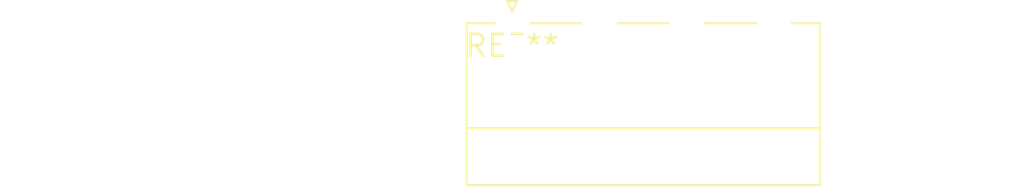
<source format=kicad_pcb>
(kicad_pcb (version 20240108) (generator pcbnew)
  (layers (0 "F.Cu" signal) (31 "B.Cu" signal) (34 "B.Paste" user) (35 "F.Paste" user) (36 "B.SilkS" user "B.Silkscreen") (37 "F.SilkS" user "F.Silkscreen") (38 "B.Mask" user) (39 "F.Mask" user) (44 "Edge.Cuts" user))
  (net 0 "")
  (footprint "PhoenixContact_MC_1,5_4-G-5.08_1x04_P5.08mm_Horizontal" (layer "F.Cu") (at 0 0)
    (property "Reference" "REF**")
    (property "Value" "PhoenixContact_MC_1,5_4-G-5.08_1x04_P5.08mm_Horizontal")
    (fp_line (start -2.65 -1.31) (end -2.65 8.11) (layer "F.SilkS") (stroke (width 0.12)))
    (fp_line (start -2.65 -1.31) (end -1.05 -1.31) (layer "F.SilkS") (stroke (width 0.12)))
    (fp_line (start -2.65 4.8) (end 17.89 4.8) (layer "F.SilkS") (stroke (width 0.12)))
    (fp_line (start -2.65 8.11) (end 17.89 8.11) (layer "F.SilkS") (stroke (width 0.12)))
    (fp_line (start -0.3 -2.6) (end 0.3 -2.6) (layer "F.SilkS") (stroke (width 0.12)))
    (fp_line (start 0 -2) (end -0.3 -2.6) (layer "F.SilkS") (stroke (width 0.12)))
    (fp_line (start 0.3 -2.6) (end 0 -2) (layer "F.SilkS") (stroke (width 0.12)))
    (fp_line (start 1.05 -1.31) (end 4.03 -1.31) (layer "F.SilkS") (stroke (width 0.12)))
    (fp_line (start 6.13 -1.31) (end 9.11 -1.31) (layer "F.SilkS") (stroke (width 0.12)))
    (fp_line (start 11.21 -1.31) (end 14.19 -1.31) (layer "F.SilkS") (stroke (width 0.12)))
    (fp_line (start 17.89 -1.31) (end 16.29 -1.31) (layer "F.SilkS") (stroke (width 0.12)))
    (fp_line (start 17.89 8.11) (end 17.89 -1.31) (layer "F.SilkS") (stroke (width 0.12)))
    (pad "1" thru_hole roundrect (at 0 0) (size 1.8 3.6) (drill 1.2) (layers *.Cu *.Mask) (remove_unused_layers) (roundrect_rratio 0.138889))
    (pad "2" thru_hole oval (at 5.08 0) (size 1.8 3.6) (drill 1.2) (layers *.Cu *.Mask) (remove_unused_layers))
    (pad "3" thru_hole oval (at 10.16 0) (size 1.8 3.6) (drill 1.2) (layers *.Cu *.Mask) (remove_unused_layers))
    (pad "4" thru_hole oval (at 15.24 0) (size 1.8 3.6) (drill 1.2) (layers *.Cu *.Mask) (remove_unused_layers))
  )
)
</source>
